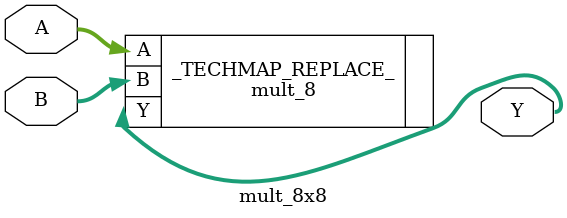
<source format=v>
(* techmap_celltype = "mult_8x8 mult_8" *)

module mult_8x8 (
  input [0:7] A,
  input [0:7] B,
  output [0:15] Y
);
  parameter A_SIGNED = 0;
  parameter B_SIGNED = 0;
  parameter A_WIDTH = 0;
  parameter B_WIDTH = 0;
  parameter Y_WIDTH = 0;

  mult_8 #() _TECHMAP_REPLACE_ (
    .A    (A),
    .B    (B),
    .Y    (Y) );

endmodule

</source>
